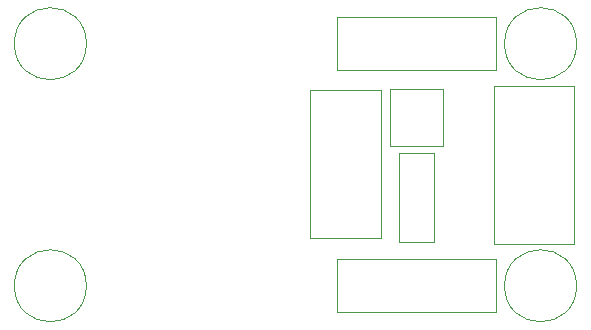
<source format=gbr>
G04 #@! TF.GenerationSoftware,KiCad,Pcbnew,5.1.6-c6e7f7d~87~ubuntu20.04.1*
G04 #@! TF.CreationDate,2020-08-21T14:16:14+01:00*
G04 #@! TF.ProjectId,hum_temp_sensor,68756d5f-7465-46d7-905f-73656e736f72,rev?*
G04 #@! TF.SameCoordinates,Original*
G04 #@! TF.FileFunction,Other,User*
%FSLAX46Y46*%
G04 Gerber Fmt 4.6, Leading zero omitted, Abs format (unit mm)*
G04 Created by KiCad (PCBNEW 5.1.6-c6e7f7d~87~ubuntu20.04.1) date 2020-08-21 14:16:14*
%MOMM*%
%LPD*%
G01*
G04 APERTURE LIST*
%ADD10C,0.050000*%
G04 APERTURE END LIST*
D10*
X92050000Y-119500000D02*
G75*
G03*
X92050000Y-119500000I-3050000J0D01*
G01*
X92050000Y-99000000D02*
G75*
G03*
X92050000Y-99000000I-3050000J0D01*
G01*
X133550000Y-119500000D02*
G75*
G03*
X133550000Y-119500000I-3050000J0D01*
G01*
X133550000Y-99000000D02*
G75*
G03*
X133550000Y-99000000I-3050000J0D01*
G01*
X117000000Y-115440000D02*
X111000000Y-115440000D01*
X111000000Y-115440000D02*
X111000000Y-102940000D01*
X111000000Y-102940000D02*
X117000000Y-102940000D01*
X117000000Y-102940000D02*
X117000000Y-115440000D01*
X126750000Y-101250000D02*
X126750000Y-96750000D01*
X126750000Y-96750000D02*
X113250000Y-96750000D01*
X113250000Y-96750000D02*
X113250000Y-101250000D01*
X113250000Y-101250000D02*
X126750000Y-101250000D01*
X113250000Y-117250000D02*
X113250000Y-121750000D01*
X113250000Y-121750000D02*
X126750000Y-121750000D01*
X126750000Y-121750000D02*
X126750000Y-117250000D01*
X126750000Y-117250000D02*
X113250000Y-117250000D01*
X133350000Y-102550000D02*
X126600000Y-102550000D01*
X126600000Y-102550000D02*
X126600000Y-115950000D01*
X126600000Y-115950000D02*
X133350000Y-115950000D01*
X133350000Y-115950000D02*
X133350000Y-102550000D01*
X117750000Y-107650000D02*
X122250000Y-107650000D01*
X122250000Y-107650000D02*
X122250000Y-102800000D01*
X122250000Y-102800000D02*
X117750000Y-102800000D01*
X117750000Y-102800000D02*
X117750000Y-107650000D01*
X121500000Y-108250000D02*
X118500000Y-108250000D01*
X118500000Y-108250000D02*
X118500000Y-115750000D01*
X118500000Y-115750000D02*
X121500000Y-115750000D01*
X121500000Y-115750000D02*
X121500000Y-108250000D01*
M02*

</source>
